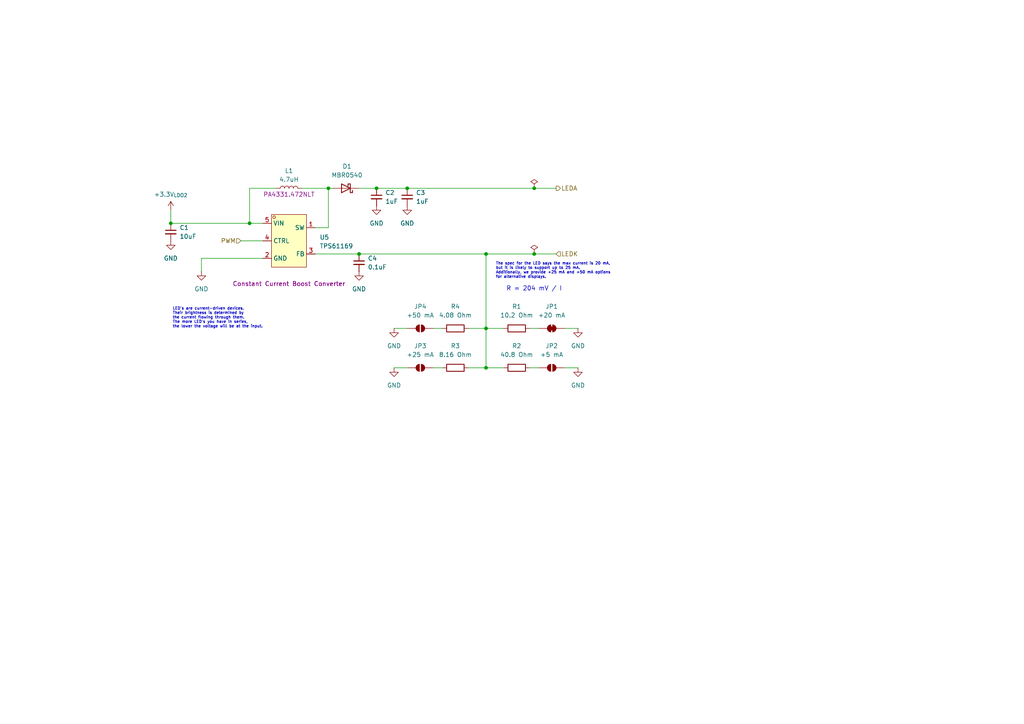
<source format=kicad_sch>
(kicad_sch (version 20250114) (generator "eeschema") (generator_version "9.0")
  (paper "A4")
  (title_block (company "Jakub Hlusička"))
  (lib_symbols
    (symbol "Device:C_Small" (pin_numbers (hide yes)) (pin_names (offset 0.254) (hide yes))
      (property "Reference" "C" (at 0.254 1.778 0))
      (property "Value" "C_Small" (at 0.254 -2.032 0))
      (symbol "C_Small_0_1"
        (polyline (pts (xy -1.524 0.508) (xy 1.524 0.508)) (stroke (width 0.3048)))
        (polyline (pts (xy -1.524 -0.508) (xy 1.524 -0.508)) (stroke (width 0.3302)))
      )
      (symbol "C_Small_1_1"
        (pin passive line (at 0 2.54 270) (length 2.032) (name "~") (number "1"))
        (pin passive line (at 0 -2.54 90) (length 2.032) (name "~") (number "2"))
      )
    )
    (symbol "Device:L" (pin_numbers (hide yes)) (pin_names (offset 1.016) (hide yes))
      (property "Reference" "L" (at -1.27 0 90))
      (property "Value" "L" (at 1.905 0 90))
      (symbol "L_0_1"
        (arc (start 0 2.54) (mid 0.6323 1.905) (end 0 1.27))
        (arc (start 0 1.27) (mid 0.6323 0.635) (end 0 0))
        (arc (start 0 0) (mid 0.6323 -0.635) (end 0 -1.27))
        (arc (start 0 -1.27) (mid 0.6323 -1.905) (end 0 -2.54))
      )
      (symbol "L_1_1"
        (pin passive line (at 0 3.81 270) (length 1.27) (name "1") (number "1"))
        (pin passive line (at 0 -3.81 90) (length 1.27) (name "2") (number "2"))
      )
    )
    (symbol "Device:R" (pin_numbers (hide yes)) (pin_names (offset 0))
      (property "Reference" "R" (at 2.032 0 90))
      (property "Value" "R" (at 0 0 90))
      (symbol "R_0_1"
        (rectangle (start -1.016 -2.54) (end 1.016 2.54) (stroke (width 0.254)))
      )
      (symbol "R_1_1"
        (pin passive line (at 0 3.81 270) (length 1.27) (name "~") (number "1"))
        (pin passive line (at 0 -3.81 90) (length 1.27) (name "~") (number "2"))
      )
    )
    (symbol "Diode:MBR0540" (pin_numbers (hide yes)) (pin_names (offset 1.016) (hide yes))
      (property "Reference" "D" (at 0 2.54 0))
      (property "Value" "MBR0540" (at 0 -2.54 0))
      (symbol "MBR0540_0_1"
        (polyline (pts (xy -1.905 0.635) (xy -1.905 1.27) (xy -1.27 1.27) (xy -1.27 -1.27) (xy -0.635 -1.27) (xy -0.635 -0.635)) (stroke (width 0.254)))
        (polyline (pts (xy 1.27 1.27) (xy 1.27 -1.27) (xy -1.27 0) (xy 1.27 1.27)) (stroke (width 0.254)))
        (polyline (pts (xy 1.27 0) (xy -1.27 0)))
      )
      (symbol "MBR0540_1_1"
        (pin passive line (at -3.81 0 0) (length 2.54) (name "K") (number "1"))
        (pin passive line (at 3.81 0 180) (length 2.54) (name "A") (number "2"))
      )
    )
    (symbol "Jumper:SolderJumper_2_Bridged" (pin_numbers (hide yes)) (pin_names (offset 0) (hide yes)) (in_bom no)
      (property "Reference" "JP" (at 0 2.032 0))
      (property "Value" "SolderJumper_2_Bridged" (at 0 -2.54 0))
      (symbol "SolderJumper_2_Bridged_0_1"
        (rectangle (start -0.508 0.508) (end 0.508 -0.508) (fill (type outline)))
        (polyline (pts (xy -0.254 1.016) (xy -0.254 -1.016)))
        (arc (start -0.254 -1.016) (mid -1.2656 0) (end -0.254 1.016))
        (arc (start -0.254 -1.016) (mid -1.2656 0) (end -0.254 1.016) (fill (type outline)))
        (arc (start 0.254 1.016) (mid 1.2656 0) (end 0.254 -1.016))
        (arc (start 0.254 1.016) (mid 1.2656 0) (end 0.254 -1.016) (fill (type outline)))
        (polyline (pts (xy 0.254 1.016) (xy 0.254 -1.016)))
      )
      (symbol "SolderJumper_2_Bridged_1_1"
        (pin passive line (at -3.81 0 0) (length 2.54) (name "A") (number "1"))
        (pin passive line (at 3.81 0 180) (length 2.54) (name "B") (number "2"))
      )
    )
    (symbol "Jumper:SolderJumper_2_Open" (pin_numbers (hide yes)) (pin_names (offset 0) (hide yes)) (in_bom no)
      (property "Reference" "JP" (at 0 2.032 0))
      (property "Value" "SolderJumper_2_Open" (at 0 -2.54 0))
      (symbol "SolderJumper_2_Open_0_1"
        (polyline (pts (xy -0.254 1.016) (xy -0.254 -1.016)))
        (arc (start -0.254 -1.016) (mid -1.2656 0) (end -0.254 1.016))
        (arc (start -0.254 -1.016) (mid -1.2656 0) (end -0.254 1.016) (fill (type outline)))
        (arc (start 0.254 1.016) (mid 1.2656 0) (end 0.254 -1.016))
        (arc (start 0.254 1.016) (mid 1.2656 0) (end 0.254 -1.016) (fill (type outline)))
        (polyline (pts (xy 0.254 1.016) (xy 0.254 -1.016)))
      )
      (symbol "SolderJumper_2_Open_1_1"
        (pin passive line (at -3.81 0 0) (length 2.54) (name "A") (number "1"))
        (pin passive line (at 3.81 0 180) (length 2.54) (name "B") (number "2"))
      )
    )
    (symbol "easyeda2kicad:TPS61169DCKR"
      (property "Reference" "U" (at 0 10.16 0))
      (property "Value" "TPS61169DCKR" (at 0 -10.16 0))
      (symbol "TPS61169DCKR_0_1"
        (rectangle (start -5.08 7.62) (end 5.08 -7.62) (fill (type background)))
        (circle (center -4.32 6.86) (radius 0.38))
      )
      (symbol "TPS61169DCKR_1_1"
        (pin power_in line (at -7.62 5.08 0) (length 2.54) (name "VIN") (number "5"))
        (pin input line (at -7.62 0 0) (length 2.54) (name "CTRL") (number "4"))
        (pin power_in line (at -7.62 -5.08 0) (length 2.54) (name "GND") (number "2"))
        (pin power_out line (at 7.62 3.81 180) (length 2.54) (name "SW") (number "1"))
        (pin power_in line (at 7.62 -3.81 180) (length 2.54) (name "FB") (number "3"))
      )
    )
    (symbol "power:+3.3V" (power) (pin_numbers (hide yes)) (pin_names (offset 0) (hide yes))
      (property "Value" "+3.3V" (at 0 3.556 0))
      (symbol "+3.3V_0_1"
        (polyline (pts (xy -0.762 1.27) (xy 0 2.54)))
        (polyline (pts (xy 0 2.54) (xy 0.762 1.27)))
        (polyline (pts (xy 0 0) (xy 0 2.54)))
      )
      (symbol "+3.3V_1_1"
        (pin power_in line (at 0 0 90) (length 0) (name "~") (number "1"))
      )
    )
    (symbol "power:GND" (power) (pin_numbers (hide yes)) (pin_names (offset 0) (hide yes))
      (property "Value" "GND" (at 0 -3.81 0))
      (symbol "GND_0_1"
        (polyline (pts (xy 0 0) (xy 0 -1.27) (xy 1.27 -1.27) (xy 0 -2.54) (xy -1.27 -1.27) (xy 0 -1.27)))
      )
      (symbol "GND_1_1"
        (pin power_in line (at 0 0 270) (length 0) (name "~") (number "1"))
      )
    )
    (symbol "power:PWR_FLAG" (power) (pin_numbers (hide yes)) (pin_names (offset 0) (hide yes))
      (property "Value" "PWR_FLAG" (at 0 3.81 0))
      (symbol "PWR_FLAG_0_0"
        (pin power_out line (at 0 0 90) (length 0) (name "~") (number "1"))
      )
      (symbol "PWR_FLAG_0_1"
        (polyline (pts (xy 0 0) (xy 0 1.27) (xy -1.016 1.905) (xy 0 2.54) (xy 1.016 1.905) (xy 0 1.27)))
      )
    )
  )
  (text "R = 204 mV / I" (at 146.812 83.82 0) (effects (font (size 1.27 1.27)) (justify left)))
  (text "The spec for the LED says the max current is 20 mA,\nbut it is likely to support up to 25 mA.\nAdditionally, we provide +25 mA and +50 mA options\nfor alternative displays." (at 143.764 78.486 0) (effects (font (size 0.8 0.8)) (justify left)))
  (text "LED's are current-driven devices.\nTheir brightness is determined by\nthe current flowing through them.\nThe more LED's you have in series,\nthe lower the voltage will be at the input." (at 50.038 92.202 0) (effects (font (size 0.8 0.8)) (justify left)))
  (junction (at 140.97 106.68))
  (junction (at 118.11 54.61))
  (junction (at 95.25 54.61))
  (junction (at 109.22 54.61))
  (junction (at 154.94 54.61))
  (junction (at 154.94 73.66))
  (junction (at 140.97 95.25))
  (junction (at 72.39 64.77))
  (junction (at 49.53 64.77))
  (junction (at 104.14 73.66))
  (junction (at 140.97 73.66))
  (wire (pts (xy 135.89 106.68) (xy 140.97 106.68)))
  (wire (pts (xy 109.22 54.61) (xy 118.11 54.61)))
  (wire (pts (xy 58.42 74.93) (xy 58.42 78.74)))
  (wire (pts (xy 125.73 95.25) (xy 128.27 95.25)))
  (wire (pts (xy 69.85 69.85) (xy 76.2 69.85)))
  (wire (pts (xy 146.05 95.25) (xy 140.97 95.25)))
  (wire (pts (xy 167.64 95.25) (xy 163.83 95.25)))
  (wire (pts (xy 118.11 54.61) (xy 154.94 54.61)))
  (wire (pts (xy 49.53 64.77) (xy 72.39 64.77)))
  (wire (pts (xy 104.14 54.61) (xy 109.22 54.61)))
  (wire (pts (xy 91.44 73.66) (xy 104.14 73.66)))
  (wire (pts (xy 146.05 106.68) (xy 140.97 106.68)))
  (wire (pts (xy 91.44 66.04) (xy 95.25 66.04)))
  (wire (pts (xy 153.67 95.25) (xy 156.21 95.25)))
  (wire (pts (xy 154.94 73.66) (xy 161.29 73.66)))
  (wire (pts (xy 72.39 64.77) (xy 76.2 64.77)))
  (wire (pts (xy 153.67 106.68) (xy 156.21 106.68)))
  (wire (pts (xy 140.97 73.66) (xy 140.97 95.25)))
  (wire (pts (xy 114.3 106.68) (xy 118.11 106.68)))
  (wire (pts (xy 49.53 60.96) (xy 49.53 64.77)))
  (wire (pts (xy 72.39 54.61) (xy 80.01 54.61)))
  (wire (pts (xy 154.94 54.61) (xy 161.29 54.61)))
  (wire (pts (xy 72.39 64.77) (xy 72.39 54.61)))
  (wire (pts (xy 96.52 54.61) (xy 95.25 54.61)))
  (wire (pts (xy 140.97 73.66) (xy 154.94 73.66)))
  (wire (pts (xy 125.73 106.68) (xy 128.27 106.68)))
  (wire (pts (xy 114.3 95.25) (xy 118.11 95.25)))
  (wire (pts (xy 87.63 54.61) (xy 95.25 54.61)))
  (wire (pts (xy 104.14 73.66) (xy 140.97 73.66)))
  (wire (pts (xy 76.2 74.93) (xy 58.42 74.93)))
  (wire (pts (xy 135.89 95.25) (xy 140.97 95.25)))
  (wire (pts (xy 140.97 95.25) (xy 140.97 106.68)))
  (wire (pts (xy 167.64 106.68) (xy 163.83 106.68)))
  (wire (pts (xy 95.25 54.61) (xy 95.25 66.04)))
  (hierarchical_label "LEDK" (shape input) (at 161.29 73.66 0))
  (hierarchical_label "LEDA" (shape output) (at 161.29 54.61 0))
  (hierarchical_label "PWM" (shape input) (at 69.85 69.85 180))
  (symbol (lib_id "power:GND") (at 167.64 106.68 0) (unit 1)
    (property "Reference" "#PWR016" (effects (hide yes)))
    (property "Value" "GND" (at 167.64 111.76 0))
    (property "Description" "Power symbol creates a global label with name \"GND\" , ground" (effects (hide yes)))
  )
  (symbol (lib_id "power:GND") (at 104.14 78.74 0) (unit 1)
    (property "Reference" "#PWR098" (effects (hide yes)))
    (property "Value" "GND" (at 104.14 83.82 0))
    (property "Description" "Power symbol creates a global label with name \"GND\" , ground" (effects (hide yes)))
  )
  (symbol (lib_id "power:PWR_FLAG") (at 154.94 54.61 0) (unit 1)
    (property "Reference" "#FLG03" (effects (hide yes)))
    (property "Value" "PWR_FLAG" (effects (hide yes)))
    (property "Description" "Special symbol for telling ERC where power comes from" (effects (hide yes)))
  )
  (symbol (lib_id "Device:R") (at 149.86 106.68 90) (unit 1)
    (property "Reference" "R2" (at 149.86 100.33 90))
    (property "Value" "40.8 Ohm" (at 149.86 102.87 90))
    (property "Description" "Resistor" (effects (hide yes)))
  )
  (symbol (lib_id "easyeda2kicad:TPS61169DCKR") (at 83.82 69.85 0) (unit 1)
    (property "Reference" "U5" (at 92.71 68.8349 0) (effects (justify left)))
    (property "Value" "TPS61169" (at 92.71 71.3749 0) (effects (justify left)))
    (property "Footprint" "easyeda2kicad:SC-70-5_L2.1-W1.3-P0.65-LS2.1-BR" (effects (hide yes)))
    (property "Datasheet" "https://lcsc.com/product-detail/LED-Drivers_TI_TPS61169DCKR_TPS61169DCKR_C71045.html" (effects (hide yes)))
    (property "Description" "Constant Current Boost Converter" (at 83.82 82.296 0))
    (property "LCSC Part" "C71045" (effects (hide yes)))
  )
  (symbol (lib_id "Diode:MBR0540") (at 100.33 54.61 180) (unit 1)
    (property "Reference" "D1" (at 100.6475 48.26 0))
    (property "Value" "MBR0540" (at 100.6475 50.8 0))
    (property "Footprint" "Diode_SMD:D_SOD-123" (effects (hide yes)))
    (property "Datasheet" "http://www.mccsemi.com/up_pdf/MBR0520~MBR0580(SOD123).pdf" (effects (hide yes)))
    (property "Description" "40V 0.5A Schottky Power Rectifier Diode, SOD-123" (effects (hide yes)))
  )
  (symbol (lib_id "power:GND") (at 118.11 59.69 0) (unit 1)
    (property "Reference" "#PWR097" (effects (hide yes)))
    (property "Value" "GND" (at 118.11 64.77 0))
    (property "Description" "Power symbol creates a global label with name \"GND\" , ground" (effects (hide yes)))
  )
  (symbol (lib_id "Device:R") (at 132.08 95.25 90) (unit 1)
    (property "Reference" "R4" (at 132.08 88.9 90))
    (property "Value" "4.08 Ohm" (at 132.08 91.44 90))
    (property "Description" "Resistor" (effects (hide yes)))
  )
  (symbol (lib_id "Device:C_Small") (at 49.53 67.31 0) (unit 1)
    (property "Reference" "C1" (at 52.07 66.0462 0) (effects (justify left)))
    (property "Value" "10uF" (at 52.07 68.5862 0) (effects (justify left)))
    (property "Description" "Unpolarized capacitor, small symbol" (effects (hide yes)))
  )
  (symbol (lib_id "Device:C_Small") (at 109.22 57.15 0) (unit 1)
    (property "Reference" "C2" (at 111.76 55.8862 0) (effects (justify left)))
    (property "Value" "1uF" (at 111.76 58.4262 0) (effects (justify left)))
    (property "Description" "Unpolarized capacitor, small symbol" (effects (hide yes)))
  )
  (symbol (lib_id "power:PWR_FLAG") (at 154.94 73.66 0) (unit 1)
    (property "Reference" "#FLG04" (effects (hide yes)))
    (property "Value" "PWR_FLAG" (effects (hide yes)))
    (property "Description" "Special symbol for telling ERC where power comes from" (effects (hide yes)))
  )
  (symbol (lib_id "Device:R") (at 132.08 106.68 90) (unit 1)
    (property "Reference" "R3" (at 132.08 100.33 90))
    (property "Value" "8.16 Ohm" (at 132.08 102.87 90))
    (property "Description" "Resistor" (effects (hide yes)))
  )
  (symbol (lib_id "power:GND") (at 167.64 95.25 0) (unit 1)
    (property "Reference" "#PWR094" (effects (hide yes)))
    (property "Value" "GND" (at 167.64 100.33 0))
    (property "Description" "Power symbol creates a global label with name \"GND\" , ground" (effects (hide yes)))
  )
  (symbol (lib_id "power:GND") (at 58.42 78.74 0) (unit 1)
    (property "Reference" "#PWR093" (effects (hide yes)))
    (property "Value" "GND" (at 58.42 83.82 0))
    (property "Description" "Power symbol creates a global label with name \"GND\" , ground" (effects (hide yes)))
  )
  (symbol (lib_id "Jumper:SolderJumper_2_Open") (at 160.02 106.68 0) (unit 1) (in_bom no)
    (property "Reference" "JP2" (at 160.02 100.33 0))
    (property "Value" "+5 mA" (at 160.02 102.87 0))
    (property "Description" "Solder Jumper, 2-pole, open" (effects (hide yes)))
  )
  (symbol (lib_id "power:GND") (at 49.53 69.85 0) (unit 1)
    (property "Reference" "#PWR091" (effects (hide yes)))
    (property "Value" "GND" (at 49.53 74.93 0))
    (property "Description" "Power symbol creates a global label with name \"GND\" , ground" (effects (hide yes)))
  )
  (symbol (lib_id "Device:C_Small") (at 118.11 57.15 0) (unit 1)
    (property "Reference" "C3" (at 120.65 55.8862 0) (effects (justify left)))
    (property "Value" "1uF" (at 120.65 58.4262 0) (effects (justify left)))
    (property "Description" "Unpolarized capacitor, small symbol" (effects (hide yes)))
  )
  (symbol (lib_id "Jumper:SolderJumper_2_Bridged") (at 160.02 95.25 0) (unit 1) (in_bom no)
    (property "Reference" "JP1" (at 160.02 88.9 0))
    (property "Value" "+20 mA" (at 160.02 91.44 0))
    (property "Description" "Solder Jumper, 2-pole, closed/bridged" (effects (hide yes)))
  )
  (symbol (lib_id "Device:R") (at 149.86 95.25 90) (unit 1)
    (property "Reference" "R1" (at 149.86 88.9 90))
    (property "Value" "10.2 Ohm" (at 149.86 91.44 90))
    (property "Description" "Resistor" (effects (hide yes)))
  )
  (symbol (lib_id "Device:L") (at 83.82 54.61 90) (unit 1)
    (property "Reference" "L1" (at 83.82 49.53 90))
    (property "Value" "4.7uH" (at 83.82 52.07 90))
    (property "Description" "PA4331.472NLT" (at 83.82 56.388 90))
  )
  (symbol (lib_id "power:GND") (at 114.3 95.25 0) (unit 1)
    (property "Reference" "#PWR095" (effects (hide yes)))
    (property "Value" "GND" (at 114.3 100.33 0))
    (property "Description" "Power symbol creates a global label with name \"GND\" , ground" (effects (hide yes)))
  )
  (symbol (lib_id "Jumper:SolderJumper_2_Open") (at 121.92 106.68 0) (unit 1) (in_bom no)
    (property "Reference" "JP3" (at 121.92 100.33 0))
    (property "Value" "+25 mA" (at 121.92 102.87 0))
    (property "Description" "Solder Jumper, 2-pole, open" (effects (hide yes)))
  )
  (symbol (lib_id "Jumper:SolderJumper_2_Open") (at 121.92 95.25 0) (unit 1) (in_bom no)
    (property "Reference" "JP4" (at 121.92 88.9 0))
    (property "Value" "+50 mA" (at 121.92 91.44 0))
    (property "Description" "Solder Jumper, 2-pole, open" (effects (hide yes)))
  )
  (symbol (lib_id "power:GND") (at 109.22 59.69 0) (unit 1)
    (property "Reference" "#PWR096" (effects (hide yes)))
    (property "Value" "GND" (at 109.22 64.77 0))
    (property "Description" "Power symbol creates a global label with name \"GND\" , ground" (effects (hide yes)))
  )
  (symbol (lib_id "power:+3.3V") (at 49.53 60.96 0) (unit 1)
    (property "Reference" "#PWR0114" (effects (hide yes)))
    (property "Value" "+3.3V_{LDO2}" (at 49.53 56.388 0))
    (property "Description" "Power symbol creates a global label with name \"+3.3V\"" (effects (hide yes)))
  )
  (symbol (lib_id "power:GND") (at 114.3 106.68 0) (unit 1)
    (property "Reference" "#PWR092" (effects (hide yes)))
    (property "Value" "GND" (at 114.3 111.76 0))
    (property "Description" "Power symbol creates a global label with name \"GND\" , ground" (effects (hide yes)))
  )
  (symbol (lib_id "Device:C_Small") (at 104.14 76.2 0) (unit 1)
    (property "Reference" "C4" (at 106.68 74.9362 0) (effects (justify left)))
    (property "Value" "0.1uF" (at 106.68 77.4762 0) (effects (justify left)))
    (property "Description" "Unpolarized capacitor, small symbol" (effects (hide yes)))
  )
)
</source>
